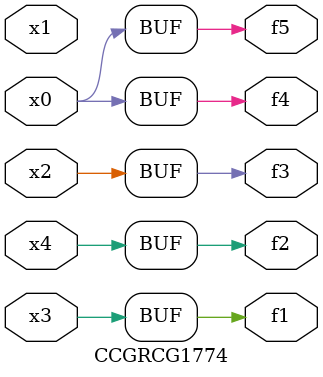
<source format=v>
module CCGRCG1774(
	input x0, x1, x2, x3, x4,
	output f1, f2, f3, f4, f5
);
	assign f1 = x3;
	assign f2 = x4;
	assign f3 = x2;
	assign f4 = x0;
	assign f5 = x0;
endmodule

</source>
